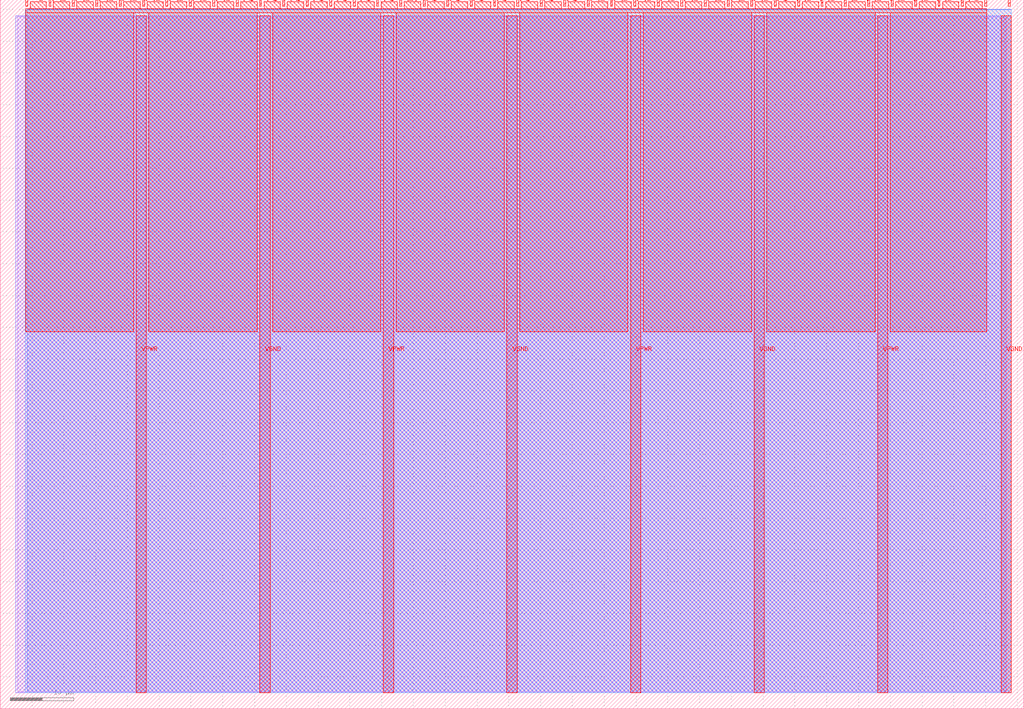
<source format=lef>
VERSION 5.7 ;
  NOWIREEXTENSIONATPIN ON ;
  DIVIDERCHAR "/" ;
  BUSBITCHARS "[]" ;
MACRO tt_um_faramire_stopwatch
  CLASS BLOCK ;
  FOREIGN tt_um_faramire_stopwatch ;
  ORIGIN 0.000 0.000 ;
  SIZE 161.000 BY 111.520 ;
  PIN VGND
    DIRECTION INOUT ;
    USE GROUND ;
    PORT
      LAYER met4 ;
        RECT 40.830 2.480 42.430 109.040 ;
    END
    PORT
      LAYER met4 ;
        RECT 79.700 2.480 81.300 109.040 ;
    END
    PORT
      LAYER met4 ;
        RECT 118.570 2.480 120.170 109.040 ;
    END
    PORT
      LAYER met4 ;
        RECT 157.440 2.480 159.040 109.040 ;
    END
  END VGND
  PIN VPWR
    DIRECTION INOUT ;
    USE POWER ;
    PORT
      LAYER met4 ;
        RECT 21.395 2.480 22.995 109.040 ;
    END
    PORT
      LAYER met4 ;
        RECT 60.265 2.480 61.865 109.040 ;
    END
    PORT
      LAYER met4 ;
        RECT 99.135 2.480 100.735 109.040 ;
    END
    PORT
      LAYER met4 ;
        RECT 138.005 2.480 139.605 109.040 ;
    END
  END VPWR
  PIN clk
    DIRECTION INPUT ;
    USE SIGNAL ;
    ANTENNAGATEAREA 0.852000 ;
    PORT
      LAYER met4 ;
        RECT 154.870 110.520 155.170 111.520 ;
    END
  END clk
  PIN ena
    DIRECTION INPUT ;
    USE SIGNAL ;
    PORT
      LAYER met4 ;
        RECT 158.550 110.520 158.850 111.520 ;
    END
  END ena
  PIN rst_n
    DIRECTION INPUT ;
    USE SIGNAL ;
    ANTENNAGATEAREA 0.159000 ;
    PORT
      LAYER met4 ;
        RECT 151.190 110.520 151.490 111.520 ;
    END
  END rst_n
  PIN ui_in[0]
    DIRECTION INPUT ;
    USE SIGNAL ;
    ANTENNAGATEAREA 0.196500 ;
    PORT
      LAYER met4 ;
        RECT 147.510 110.520 147.810 111.520 ;
    END
  END ui_in[0]
  PIN ui_in[1]
    DIRECTION INPUT ;
    USE SIGNAL ;
    ANTENNAGATEAREA 0.196500 ;
    PORT
      LAYER met4 ;
        RECT 143.830 110.520 144.130 111.520 ;
    END
  END ui_in[1]
  PIN ui_in[2]
    DIRECTION INPUT ;
    USE SIGNAL ;
    ANTENNAGATEAREA 0.196500 ;
    PORT
      LAYER met4 ;
        RECT 140.150 110.520 140.450 111.520 ;
    END
  END ui_in[2]
  PIN ui_in[3]
    DIRECTION INPUT ;
    USE SIGNAL ;
    PORT
      LAYER met4 ;
        RECT 136.470 110.520 136.770 111.520 ;
    END
  END ui_in[3]
  PIN ui_in[4]
    DIRECTION INPUT ;
    USE SIGNAL ;
    PORT
      LAYER met4 ;
        RECT 132.790 110.520 133.090 111.520 ;
    END
  END ui_in[4]
  PIN ui_in[5]
    DIRECTION INPUT ;
    USE SIGNAL ;
    PORT
      LAYER met4 ;
        RECT 129.110 110.520 129.410 111.520 ;
    END
  END ui_in[5]
  PIN ui_in[6]
    DIRECTION INPUT ;
    USE SIGNAL ;
    PORT
      LAYER met4 ;
        RECT 125.430 110.520 125.730 111.520 ;
    END
  END ui_in[6]
  PIN ui_in[7]
    DIRECTION INPUT ;
    USE SIGNAL ;
    PORT
      LAYER met4 ;
        RECT 121.750 110.520 122.050 111.520 ;
    END
  END ui_in[7]
  PIN uio_in[0]
    DIRECTION INPUT ;
    USE SIGNAL ;
    PORT
      LAYER met4 ;
        RECT 118.070 110.520 118.370 111.520 ;
    END
  END uio_in[0]
  PIN uio_in[1]
    DIRECTION INPUT ;
    USE SIGNAL ;
    PORT
      LAYER met4 ;
        RECT 114.390 110.520 114.690 111.520 ;
    END
  END uio_in[1]
  PIN uio_in[2]
    DIRECTION INPUT ;
    USE SIGNAL ;
    PORT
      LAYER met4 ;
        RECT 110.710 110.520 111.010 111.520 ;
    END
  END uio_in[2]
  PIN uio_in[3]
    DIRECTION INPUT ;
    USE SIGNAL ;
    PORT
      LAYER met4 ;
        RECT 107.030 110.520 107.330 111.520 ;
    END
  END uio_in[3]
  PIN uio_in[4]
    DIRECTION INPUT ;
    USE SIGNAL ;
    PORT
      LAYER met4 ;
        RECT 103.350 110.520 103.650 111.520 ;
    END
  END uio_in[4]
  PIN uio_in[5]
    DIRECTION INPUT ;
    USE SIGNAL ;
    PORT
      LAYER met4 ;
        RECT 99.670 110.520 99.970 111.520 ;
    END
  END uio_in[5]
  PIN uio_in[6]
    DIRECTION INPUT ;
    USE SIGNAL ;
    PORT
      LAYER met4 ;
        RECT 95.990 110.520 96.290 111.520 ;
    END
  END uio_in[6]
  PIN uio_in[7]
    DIRECTION INPUT ;
    USE SIGNAL ;
    PORT
      LAYER met4 ;
        RECT 92.310 110.520 92.610 111.520 ;
    END
  END uio_in[7]
  PIN uio_oe[0]
    DIRECTION OUTPUT TRISTATE ;
    USE SIGNAL ;
    PORT
      LAYER met4 ;
        RECT 29.750 110.520 30.050 111.520 ;
    END
  END uio_oe[0]
  PIN uio_oe[1]
    DIRECTION OUTPUT TRISTATE ;
    USE SIGNAL ;
    PORT
      LAYER met4 ;
        RECT 26.070 110.520 26.370 111.520 ;
    END
  END uio_oe[1]
  PIN uio_oe[2]
    DIRECTION OUTPUT TRISTATE ;
    USE SIGNAL ;
    PORT
      LAYER met4 ;
        RECT 22.390 110.520 22.690 111.520 ;
    END
  END uio_oe[2]
  PIN uio_oe[3]
    DIRECTION OUTPUT TRISTATE ;
    USE SIGNAL ;
    PORT
      LAYER met4 ;
        RECT 18.710 110.520 19.010 111.520 ;
    END
  END uio_oe[3]
  PIN uio_oe[4]
    DIRECTION OUTPUT TRISTATE ;
    USE SIGNAL ;
    PORT
      LAYER met4 ;
        RECT 15.030 110.520 15.330 111.520 ;
    END
  END uio_oe[4]
  PIN uio_oe[5]
    DIRECTION OUTPUT TRISTATE ;
    USE SIGNAL ;
    PORT
      LAYER met4 ;
        RECT 11.350 110.520 11.650 111.520 ;
    END
  END uio_oe[5]
  PIN uio_oe[6]
    DIRECTION OUTPUT TRISTATE ;
    USE SIGNAL ;
    PORT
      LAYER met4 ;
        RECT 7.670 110.520 7.970 111.520 ;
    END
  END uio_oe[6]
  PIN uio_oe[7]
    DIRECTION OUTPUT TRISTATE ;
    USE SIGNAL ;
    PORT
      LAYER met4 ;
        RECT 3.990 110.520 4.290 111.520 ;
    END
  END uio_oe[7]
  PIN uio_out[0]
    DIRECTION OUTPUT TRISTATE ;
    USE SIGNAL ;
    PORT
      LAYER met4 ;
        RECT 59.190 110.520 59.490 111.520 ;
    END
  END uio_out[0]
  PIN uio_out[1]
    DIRECTION OUTPUT TRISTATE ;
    USE SIGNAL ;
    PORT
      LAYER met4 ;
        RECT 55.510 110.520 55.810 111.520 ;
    END
  END uio_out[1]
  PIN uio_out[2]
    DIRECTION OUTPUT TRISTATE ;
    USE SIGNAL ;
    PORT
      LAYER met4 ;
        RECT 51.830 110.520 52.130 111.520 ;
    END
  END uio_out[2]
  PIN uio_out[3]
    DIRECTION OUTPUT TRISTATE ;
    USE SIGNAL ;
    PORT
      LAYER met4 ;
        RECT 48.150 110.520 48.450 111.520 ;
    END
  END uio_out[3]
  PIN uio_out[4]
    DIRECTION OUTPUT TRISTATE ;
    USE SIGNAL ;
    PORT
      LAYER met4 ;
        RECT 44.470 110.520 44.770 111.520 ;
    END
  END uio_out[4]
  PIN uio_out[5]
    DIRECTION OUTPUT TRISTATE ;
    USE SIGNAL ;
    PORT
      LAYER met4 ;
        RECT 40.790 110.520 41.090 111.520 ;
    END
  END uio_out[5]
  PIN uio_out[6]
    DIRECTION OUTPUT TRISTATE ;
    USE SIGNAL ;
    PORT
      LAYER met4 ;
        RECT 37.110 110.520 37.410 111.520 ;
    END
  END uio_out[6]
  PIN uio_out[7]
    DIRECTION OUTPUT TRISTATE ;
    USE SIGNAL ;
    PORT
      LAYER met4 ;
        RECT 33.430 110.520 33.730 111.520 ;
    END
  END uio_out[7]
  PIN uo_out[0]
    DIRECTION OUTPUT TRISTATE ;
    USE SIGNAL ;
    ANTENNADIFFAREA 0.795200 ;
    PORT
      LAYER met4 ;
        RECT 88.630 110.520 88.930 111.520 ;
    END
  END uo_out[0]
  PIN uo_out[1]
    DIRECTION OUTPUT TRISTATE ;
    USE SIGNAL ;
    ANTENNADIFFAREA 0.445500 ;
    PORT
      LAYER met4 ;
        RECT 84.950 110.520 85.250 111.520 ;
    END
  END uo_out[1]
  PIN uo_out[2]
    DIRECTION OUTPUT TRISTATE ;
    USE SIGNAL ;
    ANTENNADIFFAREA 0.445500 ;
    PORT
      LAYER met4 ;
        RECT 81.270 110.520 81.570 111.520 ;
    END
  END uo_out[2]
  PIN uo_out[3]
    DIRECTION OUTPUT TRISTATE ;
    USE SIGNAL ;
    ANTENNADIFFAREA 0.795200 ;
    PORT
      LAYER met4 ;
        RECT 77.590 110.520 77.890 111.520 ;
    END
  END uo_out[3]
  PIN uo_out[4]
    DIRECTION OUTPUT TRISTATE ;
    USE SIGNAL ;
    ANTENNADIFFAREA 0.795200 ;
    PORT
      LAYER met4 ;
        RECT 73.910 110.520 74.210 111.520 ;
    END
  END uo_out[4]
  PIN uo_out[5]
    DIRECTION OUTPUT TRISTATE ;
    USE SIGNAL ;
    PORT
      LAYER met4 ;
        RECT 70.230 110.520 70.530 111.520 ;
    END
  END uo_out[5]
  PIN uo_out[6]
    DIRECTION OUTPUT TRISTATE ;
    USE SIGNAL ;
    PORT
      LAYER met4 ;
        RECT 66.550 110.520 66.850 111.520 ;
    END
  END uo_out[6]
  PIN uo_out[7]
    DIRECTION OUTPUT TRISTATE ;
    USE SIGNAL ;
    PORT
      LAYER met4 ;
        RECT 62.870 110.520 63.170 111.520 ;
    END
  END uo_out[7]
  OBS
      LAYER li1 ;
        RECT 2.760 2.635 158.240 108.885 ;
      LAYER met1 ;
        RECT 2.460 2.480 159.040 109.040 ;
      LAYER met2 ;
        RECT 4.230 2.535 159.010 110.005 ;
      LAYER met3 ;
        RECT 3.950 2.555 159.030 109.985 ;
      LAYER met4 ;
        RECT 4.690 110.120 7.270 111.170 ;
        RECT 8.370 110.120 10.950 111.170 ;
        RECT 12.050 110.120 14.630 111.170 ;
        RECT 15.730 110.120 18.310 111.170 ;
        RECT 19.410 110.120 21.990 111.170 ;
        RECT 23.090 110.120 25.670 111.170 ;
        RECT 26.770 110.120 29.350 111.170 ;
        RECT 30.450 110.120 33.030 111.170 ;
        RECT 34.130 110.120 36.710 111.170 ;
        RECT 37.810 110.120 40.390 111.170 ;
        RECT 41.490 110.120 44.070 111.170 ;
        RECT 45.170 110.120 47.750 111.170 ;
        RECT 48.850 110.120 51.430 111.170 ;
        RECT 52.530 110.120 55.110 111.170 ;
        RECT 56.210 110.120 58.790 111.170 ;
        RECT 59.890 110.120 62.470 111.170 ;
        RECT 63.570 110.120 66.150 111.170 ;
        RECT 67.250 110.120 69.830 111.170 ;
        RECT 70.930 110.120 73.510 111.170 ;
        RECT 74.610 110.120 77.190 111.170 ;
        RECT 78.290 110.120 80.870 111.170 ;
        RECT 81.970 110.120 84.550 111.170 ;
        RECT 85.650 110.120 88.230 111.170 ;
        RECT 89.330 110.120 91.910 111.170 ;
        RECT 93.010 110.120 95.590 111.170 ;
        RECT 96.690 110.120 99.270 111.170 ;
        RECT 100.370 110.120 102.950 111.170 ;
        RECT 104.050 110.120 106.630 111.170 ;
        RECT 107.730 110.120 110.310 111.170 ;
        RECT 111.410 110.120 113.990 111.170 ;
        RECT 115.090 110.120 117.670 111.170 ;
        RECT 118.770 110.120 121.350 111.170 ;
        RECT 122.450 110.120 125.030 111.170 ;
        RECT 126.130 110.120 128.710 111.170 ;
        RECT 129.810 110.120 132.390 111.170 ;
        RECT 133.490 110.120 136.070 111.170 ;
        RECT 137.170 110.120 139.750 111.170 ;
        RECT 140.850 110.120 143.430 111.170 ;
        RECT 144.530 110.120 147.110 111.170 ;
        RECT 148.210 110.120 150.790 111.170 ;
        RECT 151.890 110.120 154.470 111.170 ;
        RECT 3.975 109.440 155.185 110.120 ;
        RECT 3.975 59.335 20.995 109.440 ;
        RECT 23.395 59.335 40.430 109.440 ;
        RECT 42.830 59.335 59.865 109.440 ;
        RECT 62.265 59.335 79.300 109.440 ;
        RECT 81.700 59.335 98.735 109.440 ;
        RECT 101.135 59.335 118.170 109.440 ;
        RECT 120.570 59.335 137.605 109.440 ;
        RECT 140.005 59.335 155.185 109.440 ;
  END
END tt_um_faramire_stopwatch
END LIBRARY


</source>
